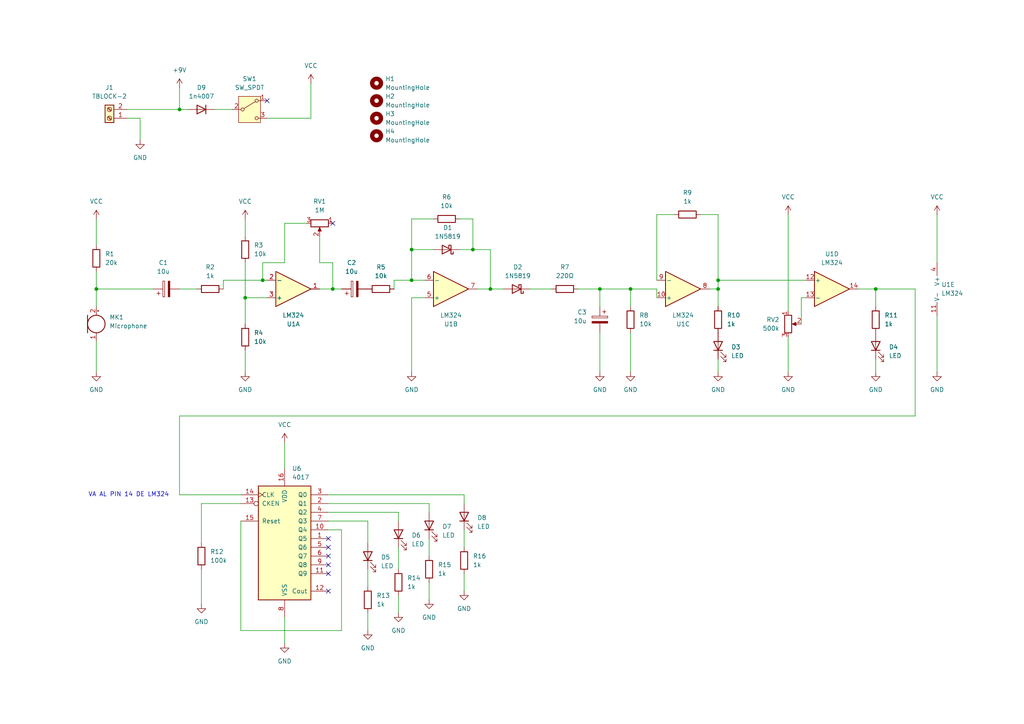
<source format=kicad_sch>
(kicad_sch (version 20250114) (generator "eeschema") (generator_version "9.0")
  (paper "A4")
  (lib_symbols
    (symbol "4xxx:4017" (pin_names (offset 1.016))
      (property "Reference" "U" (at -7.62 16.51 0))
      (property "Value" "4017" (at -7.62 -19.05 0))
      (symbol "4017_1_0"
        (pin input clock (at -12.7 12.7 0) (length 5.08) (name "CLK") (number "14"))
        (pin input inverted (at -12.7 10.16 0) (length 5.08) (name "CKEN") (number "13"))
        (pin input line (at -12.7 5.08 0) (length 5.08) (name "Reset") (number "15"))
        (pin power_in line (at 0 20.32 270) (length 5.08) (name "VDD") (number "16"))
        (pin power_in line (at 0 -22.86 90) (length 5.08) (name "VSS") (number "8"))
        (pin output line (at 12.7 12.7 180) (length 5.08) (name "Q0") (number "3"))
        (pin output line (at 12.7 10.16 180) (length 5.08) (name "Q1") (number "2"))
        (pin output line (at 12.7 7.62 180) (length 5.08) (name "Q2") (number "4"))
        (pin output line (at 12.7 5.08 180) (length 5.08) (name "Q3") (number "7"))
        (pin output line (at 12.7 2.54 180) (length 5.08) (name "Q4") (number "10"))
        (pin output line (at 12.7 0 180) (length 5.08) (name "Q5") (number "1"))
        (pin output line (at 12.7 -2.54 180) (length 5.08) (name "Q6") (number "5"))
        (pin output line (at 12.7 -5.08 180) (length 5.08) (name "Q7") (number "6"))
        (pin output line (at 12.7 -7.62 180) (length 5.08) (name "Q8") (number "9"))
        (pin output line (at 12.7 -10.16 180) (length 5.08) (name "Q9") (number "11"))
        (pin output line (at 12.7 -15.24 180) (length 5.08) (name "Cout") (number "12"))
      )
      (symbol "4017_1_1"
        (rectangle (start -7.62 15.24) (end 7.62 -17.78) (stroke (width 0.254)) (fill (type background)))
      )
    )
    (symbol "Amplifier_Operational:LM324" (pin_names (offset 0.127))
      (property "Reference" "U" (at 0 5.08 0))
      (property "Value" "LM324" (at 0 -5.08 0))
      (symbol "LM324_1_1"
        (polyline (pts (xy -5.08 5.08) (xy 5.08 0) (xy -5.08 -5.08) (xy -5.08 5.08)) (stroke (width 0.254)) (fill (type background)))
        (pin input line (at -7.62 2.54 0) (length 2.54) (name "+") (number "3"))
        (pin input line (at -7.62 -2.54 0) (length 2.54) (name "-") (number "2"))
        (pin output line (at 7.62 0 180) (length 2.54) (name "~") (number "1"))
      )
      (symbol "LM324_2_1"
        (polyline (pts (xy -5.08 5.08) (xy 5.08 0) (xy -5.08 -5.08) (xy -5.08 5.08)) (stroke (width 0.254)) (fill (type background)))
        (pin input line (at -7.62 2.54 0) (length 2.54) (name "+") (number "5"))
        (pin input line (at -7.62 -2.54 0) (length 2.54) (name "-") (number "6"))
        (pin output line (at 7.62 0 180) (length 2.54) (name "~") (number "7"))
      )
      (symbol "LM324_3_1"
        (polyline (pts (xy -5.08 5.08) (xy 5.08 0) (xy -5.08 -5.08) (xy -5.08 5.08)) (stroke (width 0.254)) (fill (type background)))
        (pin input line (at -7.62 2.54 0) (length 2.54) (name "+") (number "10"))
        (pin input line (at -7.62 -2.54 0) (length 2.54) (name "-") (number "9"))
        (pin output line (at 7.62 0 180) (length 2.54) (name "~") (number "8"))
      )
      (symbol "LM324_4_1"
        (polyline (pts (xy -5.08 5.08) (xy 5.08 0) (xy -5.08 -5.08) (xy -5.08 5.08)) (stroke (width 0.254)) (fill (type background)))
        (pin input line (at -7.62 2.54 0) (length 2.54) (name "+") (number "12"))
        (pin input line (at -7.62 -2.54 0) (length 2.54) (name "-") (number "13"))
        (pin output line (at 7.62 0 180) (length 2.54) (name "~") (number "14"))
      )
      (symbol "LM324_5_1"
        (pin power_in line (at -2.54 7.62 270) (length 3.81) (name "V+") (number "4"))
        (pin power_in line (at -2.54 -7.62 90) (length 3.81) (name "V-") (number "11"))
      )
    )
    (symbol "Connector:Screw_Terminal_01x02" (pin_names (offset 1.016) (hide yes))
      (property "Reference" "J" (at 0 2.54 0))
      (property "Value" "Screw_Terminal_01x02" (at 0 -5.08 0))
      (symbol "Screw_Terminal_01x02_1_1"
        (rectangle (start -1.27 1.27) (end 1.27 -3.81) (stroke (width 0.254)) (fill (type background)))
        (polyline (pts (xy -0.5334 0.3302) (xy 0.3302 -0.508)) (stroke (width 0.1524)))
        (polyline (pts (xy -0.5334 -2.2098) (xy 0.3302 -3.048)) (stroke (width 0.1524)))
        (polyline (pts (xy -0.3556 0.508) (xy 0.508 -0.3302)) (stroke (width 0.1524)))
        (polyline (pts (xy -0.3556 -2.032) (xy 0.508 -2.8702)) (stroke (width 0.1524)))
        (circle (center 0 0) (radius 0.635) (stroke (width 0.1524)))
        (circle (center 0 -2.54) (radius 0.635) (stroke (width 0.1524)))
        (pin passive line (at -5.08 0 0) (length 3.81) (name "Pin_1") (number "1"))
        (pin passive line (at -5.08 -2.54 0) (length 3.81) (name "Pin_2") (number "2"))
      )
    )
    (symbol "Device:C_Polarized" (pin_numbers (hide yes)) (pin_names (offset 0.254))
      (property "Reference" "C" (at 0.635 2.54 0))
      (property "Value" "C_Polarized" (at 0.635 -2.54 0))
      (symbol "C_Polarized_0_1"
        (rectangle (start -2.286 0.508) (end 2.286 1.016))
        (polyline (pts (xy -1.778 2.286) (xy -0.762 2.286)))
        (polyline (pts (xy -1.27 2.794) (xy -1.27 1.778)))
        (rectangle (start 2.286 -0.508) (end -2.286 -1.016) (fill (type outline)))
      )
      (symbol "C_Polarized_1_1"
        (pin passive line (at 0 3.81 270) (length 2.794) (name "~") (number "1"))
        (pin passive line (at 0 -3.81 90) (length 2.794) (name "~") (number "2"))
      )
    )
    (symbol "Device:D" (pin_numbers (hide yes)) (pin_names (offset 1.016) (hide yes))
      (property "Reference" "D" (at 0 2.54 0))
      (property "Value" "D" (at 0 -2.54 0))
      (symbol "D_0_1"
        (polyline (pts (xy -1.27 1.27) (xy -1.27 -1.27)) (stroke (width 0.254)))
        (polyline (pts (xy 1.27 1.27) (xy 1.27 -1.27) (xy -1.27 0) (xy 1.27 1.27)) (stroke (width 0.254)))
        (polyline (pts (xy 1.27 0) (xy -1.27 0)))
      )
      (symbol "D_1_1"
        (pin passive line (at -3.81 0 0) (length 2.54) (name "K") (number "1"))
        (pin passive line (at 3.81 0 180) (length 2.54) (name "A") (number "2"))
      )
    )
    (symbol "Device:LED" (pin_numbers (hide yes)) (pin_names (offset 1.016) (hide yes))
      (property "Reference" "D" (at 0 2.54 0))
      (property "Value" "LED" (at 0 -2.54 0))
      (symbol "LED_0_1"
        (polyline (pts (xy -3.048 -0.762) (xy -4.572 -2.286) (xy -3.81 -2.286) (xy -4.572 -2.286) (xy -4.572 -1.524)))
        (polyline (pts (xy -1.778 -0.762) (xy -3.302 -2.286) (xy -2.54 -2.286) (xy -3.302 -2.286) (xy -3.302 -1.524)))
        (polyline (pts (xy -1.27 0) (xy 1.27 0)))
        (polyline (pts (xy -1.27 -1.27) (xy -1.27 1.27)) (stroke (width 0.254)))
        (polyline (pts (xy 1.27 -1.27) (xy 1.27 1.27) (xy -1.27 0) (xy 1.27 -1.27)) (stroke (width 0.254)))
      )
      (symbol "LED_1_1"
        (pin passive line (at -3.81 0 0) (length 2.54) (name "K") (number "1"))
        (pin passive line (at 3.81 0 180) (length 2.54) (name "A") (number "2"))
      )
    )
    (symbol "Device:Microphone" (pin_names (offset 0.0254) (hide yes))
      (property "Reference" "MK" (at -3.81 1.27 0))
      (property "Value" "Microphone" (at -3.81 -0.635 0))
      (symbol "Microphone_0_1"
        (polyline (pts (xy -2.54 2.54) (xy -2.54 -2.54)) (stroke (width 0.254)))
        (circle (center 0 0) (radius 2.54) (stroke (width 0.254)))
        (polyline (pts (xy 0.254 3.81) (xy 0.762 3.81)))
        (polyline (pts (xy 0.508 4.064) (xy 0.508 3.556)))
      )
      (symbol "Microphone_1_1"
        (pin passive line (at 0 5.08 270) (length 2.54) (name "+") (number "2"))
        (pin passive line (at 0 -5.08 90) (length 2.54) (name "-") (number "1"))
      )
    )
    (symbol "Device:R" (pin_numbers (hide yes)) (pin_names (offset 0))
      (property "Reference" "R" (at 2.032 0 90))
      (property "Value" "R" (at 0 0 90))
      (symbol "R_0_1"
        (rectangle (start -1.016 -2.54) (end 1.016 2.54) (stroke (width 0.254)))
      )
      (symbol "R_1_1"
        (pin passive line (at 0 3.81 270) (length 1.27) (name "~") (number "1"))
        (pin passive line (at 0 -3.81 90) (length 1.27) (name "~") (number "2"))
      )
    )
    (symbol "Device:R_Potentiometer" (pin_names (offset 1.016) (hide yes))
      (property "Reference" "RV" (at -4.445 0 90))
      (property "Value" "R_Potentiometer" (at -2.54 0 90))
      (symbol "R_Potentiometer_0_1"
        (rectangle (start 1.016 2.54) (end -1.016 -2.54) (stroke (width 0.254)))
        (polyline (pts (xy 1.143 0) (xy 2.286 0.508) (xy 2.286 -0.508) (xy 1.143 0)) (fill (type outline)))
        (polyline (pts (xy 2.54 0) (xy 1.524 0)))
      )
      (symbol "R_Potentiometer_1_1"
        (pin passive line (at 0 3.81 270) (length 1.27) (name "1") (number "1"))
        (pin passive line (at 0 -3.81 90) (length 1.27) (name "3") (number "3"))
        (pin passive line (at 3.81 0 180) (length 1.27) (name "2") (number "2"))
      )
    )
    (symbol "Diode:1N5819" (pin_numbers (hide yes)) (pin_names (offset 1.016) (hide yes))
      (property "Reference" "D" (at 0 2.54 0))
      (property "Value" "1N5819" (at 0 -2.54 0))
      (symbol "1N5819_0_1"
        (polyline (pts (xy -1.905 0.635) (xy -1.905 1.27) (xy -1.27 1.27) (xy -1.27 -1.27) (xy -0.635 -1.27) (xy -0.635 -0.635)) (stroke (width 0.254)))
        (polyline (pts (xy 1.27 1.27) (xy 1.27 -1.27) (xy -1.27 0) (xy 1.27 1.27)) (stroke (width 0.254)))
        (polyline (pts (xy 1.27 0) (xy -1.27 0)))
      )
      (symbol "1N5819_1_1"
        (pin passive line (at -3.81 0 0) (length 2.54) (name "K") (number "1"))
        (pin passive line (at 3.81 0 180) (length 2.54) (name "A") (number "2"))
      )
    )
    (symbol "Mechanical:MountingHole" (pin_names (offset 1.016)) (in_bom no)
      (property "Reference" "H" (at 0 5.08 0))
      (property "Value" "MountingHole" (at 0 3.175 0))
      (symbol "MountingHole_0_1"
        (circle (center 0 0) (radius 1.27) (stroke (width 1.27)))
      )
    )
    (symbol "Switch:SW_SPDT" (pin_names (offset 0) (hide yes))
      (property "Reference" "SW" (at 0 5.08 0))
      (property "Value" "SW_SPDT" (at 0 -5.08 0))
      (symbol "SW_SPDT_0_1"
        (circle (center -2.032 0) (radius 0.4572))
        (polyline (pts (xy -1.651 0.254) (xy 1.651 2.286)))
        (circle (center 2.032 2.54) (radius 0.4572))
        (circle (center 2.032 -2.54) (radius 0.4572))
      )
      (symbol "SW_SPDT_1_1"
        (rectangle (start -3.175 3.81) (end 3.175 -3.81) (fill (type background)))
        (pin passive line (at -5.08 0 0) (length 2.54) (name "B") (number "2"))
        (pin passive line (at 5.08 2.54 180) (length 2.54) (name "A") (number "1"))
        (pin passive line (at 5.08 -2.54 180) (length 2.54) (name "C") (number "3"))
      )
    )
    (symbol "power:+9V" (power) (pin_numbers (hide yes)) (pin_names (offset 0) (hide yes))
      (property "Value" "+9V" (at 0 3.556 0))
      (symbol "+9V_0_1"
        (polyline (pts (xy -0.762 1.27) (xy 0 2.54)))
        (polyline (pts (xy 0 2.54) (xy 0.762 1.27)))
        (polyline (pts (xy 0 0) (xy 0 2.54)))
      )
      (symbol "+9V_1_1"
        (pin power_in line (at 0 0 90) (length 0) (name "~") (number "1"))
      )
    )
    (symbol "power:GND" (power) (pin_numbers (hide yes)) (pin_names (offset 0) (hide yes))
      (property "Value" "GND" (at 0 -3.81 0))
      (symbol "GND_0_1"
        (polyline (pts (xy 0 0) (xy 0 -1.27) (xy 1.27 -1.27) (xy 0 -2.54) (xy -1.27 -1.27) (xy 0 -1.27)))
      )
      (symbol "GND_1_1"
        (pin power_in line (at 0 0 270) (length 0) (name "~") (number "1"))
      )
    )
    (symbol "power:VCC" (power) (pin_numbers (hide yes)) (pin_names (offset 0) (hide yes))
      (property "Value" "VCC" (at 0 3.556 0))
      (symbol "VCC_0_1"
        (polyline (pts (xy -0.762 1.27) (xy 0 2.54)))
        (polyline (pts (xy 0 2.54) (xy 0.762 1.27)))
        (polyline (pts (xy 0 0) (xy 0 2.54)))
      )
      (symbol "VCC_1_1"
        (pin power_in line (at 0 0 90) (length 0) (name "~") (number "1"))
      )
    )
  )
  (text "VA AL PIN 14 DE LM324" (at 37.338 143.51 0) (effects (font (size 1.27 1.27))))
  (junction (at 52.07 31.75))
  (junction (at 71.12 86.36))
  (junction (at 173.99 83.82))
  (junction (at 208.28 83.82))
  (junction (at 254 83.82))
  (junction (at 119.38 72.39))
  (junction (at 208.28 81.28))
  (junction (at 27.94 83.82))
  (junction (at 137.16 72.39))
  (junction (at 142.24 83.82))
  (junction (at 76.2 81.28))
  (junction (at 119.38 81.28))
  (junction (at 182.88 83.82))
  (junction (at 96.52 83.82))
  (no_connect (at 95.25 161.29))
  (no_connect (at 95.25 171.45))
  (no_connect (at 95.25 158.75))
  (no_connect (at 95.25 156.21))
  (no_connect (at 95.25 166.37))
  (no_connect (at 77.47 29.21))
  (no_connect (at 96.52 64.77))
  (no_connect (at 95.25 163.83))
  (wire (pts (xy 208.28 83.82) (xy 208.28 88.9)))
  (wire (pts (xy 265.43 120.65) (xy 265.43 83.82)))
  (wire (pts (xy 77.47 34.29) (xy 90.17 34.29)))
  (wire (pts (xy 142.24 72.39) (xy 142.24 83.82)))
  (wire (pts (xy 153.67 83.82) (xy 160.02 83.82)))
  (wire (pts (xy 134.62 166.37) (xy 134.62 171.45)))
  (wire (pts (xy 58.42 165.1) (xy 58.42 175.26)))
  (wire (pts (xy 228.6 97.79) (xy 228.6 107.95)))
  (wire (pts (xy 52.07 143.51) (xy 52.07 120.65)))
  (wire (pts (xy 106.68 157.48) (xy 106.68 151.13)))
  (wire (pts (xy 173.99 83.82) (xy 182.88 83.82)))
  (wire (pts (xy 27.94 83.82) (xy 44.45 83.82)))
  (wire (pts (xy 190.5 62.23) (xy 190.5 81.28)))
  (wire (pts (xy 265.43 83.82) (xy 254 83.82)))
  (wire (pts (xy 137.16 72.39) (xy 142.24 72.39)))
  (wire (pts (xy 58.42 146.05) (xy 69.85 146.05)))
  (wire (pts (xy 64.77 83.82) (xy 64.77 81.28)))
  (wire (pts (xy 208.28 83.82) (xy 208.28 81.28)))
  (wire (pts (xy 254 83.82) (xy 248.92 83.82)))
  (wire (pts (xy 71.12 101.6) (xy 71.12 107.95)))
  (wire (pts (xy 123.19 86.36) (xy 119.38 86.36)))
  (wire (pts (xy 76.2 81.28) (xy 77.47 81.28)))
  (wire (pts (xy 195.58 62.23) (xy 190.5 62.23)))
  (wire (pts (xy 88.9 64.77) (xy 82.55 64.77)))
  (wire (pts (xy 125.73 63.5) (xy 119.38 63.5)))
  (wire (pts (xy 190.5 83.82) (xy 190.5 86.36)))
  (wire (pts (xy 228.6 62.23) (xy 228.6 90.17)))
  (wire (pts (xy 271.78 62.23) (xy 271.78 76.2)))
  (wire (pts (xy 95.25 143.51) (xy 134.62 143.51)))
  (wire (pts (xy 133.35 63.5) (xy 137.16 63.5)))
  (wire (pts (xy 138.43 83.82) (xy 142.24 83.82)))
  (wire (pts (xy 82.55 64.77) (xy 82.55 76.2)))
  (wire (pts (xy 92.71 68.58) (xy 92.71 76.2)))
  (wire (pts (xy 96.52 83.82) (xy 99.06 83.82)))
  (wire (pts (xy 173.99 83.82) (xy 173.99 88.9)))
  (wire (pts (xy 95.25 146.05) (xy 124.46 146.05)))
  (wire (pts (xy 137.16 63.5) (xy 137.16 72.39)))
  (wire (pts (xy 208.28 104.14) (xy 208.28 107.95)))
  (wire (pts (xy 167.64 83.82) (xy 173.99 83.82)))
  (wire (pts (xy 95.25 148.59) (xy 115.57 148.59)))
  (wire (pts (xy 173.99 96.52) (xy 173.99 107.95)))
  (wire (pts (xy 36.83 34.29) (xy 40.64 34.29)))
  (wire (pts (xy 82.55 76.2) (xy 76.2 76.2)))
  (wire (pts (xy 36.83 31.75) (xy 52.07 31.75)))
  (wire (pts (xy 69.85 182.88) (xy 99.06 182.88)))
  (wire (pts (xy 52.07 83.82) (xy 57.15 83.82)))
  (wire (pts (xy 27.94 78.74) (xy 27.94 83.82)))
  (wire (pts (xy 124.46 148.59) (xy 124.46 146.05)))
  (wire (pts (xy 27.94 99.06) (xy 27.94 107.95)))
  (wire (pts (xy 96.52 76.2) (xy 96.52 83.82)))
  (wire (pts (xy 115.57 158.75) (xy 115.57 165.1)))
  (wire (pts (xy 40.64 34.29) (xy 40.64 40.64)))
  (wire (pts (xy 106.68 170.18) (xy 106.68 165.1)))
  (wire (pts (xy 124.46 168.91) (xy 124.46 173.99)))
  (wire (pts (xy 90.17 34.29) (xy 90.17 24.13)))
  (wire (pts (xy 69.85 151.13) (xy 69.85 182.88)))
  (wire (pts (xy 52.07 120.65) (xy 265.43 120.65)))
  (wire (pts (xy 71.12 86.36) (xy 71.12 93.98)))
  (wire (pts (xy 271.78 91.44) (xy 271.78 107.95)))
  (wire (pts (xy 64.77 81.28) (xy 76.2 81.28)))
  (wire (pts (xy 124.46 156.21) (xy 124.46 161.29)))
  (wire (pts (xy 27.94 83.82) (xy 27.94 88.9)))
  (wire (pts (xy 82.55 179.07) (xy 82.55 186.69)))
  (wire (pts (xy 95.25 151.13) (xy 106.68 151.13)))
  (wire (pts (xy 134.62 146.05) (xy 134.62 143.51)))
  (wire (pts (xy 92.71 83.82) (xy 96.52 83.82)))
  (wire (pts (xy 208.28 62.23) (xy 208.28 81.28)))
  (wire (pts (xy 119.38 72.39) (xy 125.73 72.39)))
  (wire (pts (xy 119.38 86.36) (xy 119.38 107.95)))
  (wire (pts (xy 52.07 31.75) (xy 54.61 31.75)))
  (wire (pts (xy 106.68 177.8) (xy 106.68 182.88)))
  (wire (pts (xy 27.94 63.5) (xy 27.94 71.12)))
  (wire (pts (xy 76.2 76.2) (xy 76.2 81.28)))
  (wire (pts (xy 119.38 81.28) (xy 123.19 81.28)))
  (wire (pts (xy 232.41 93.98) (xy 232.41 86.36)))
  (wire (pts (xy 182.88 83.82) (xy 182.88 88.9)))
  (wire (pts (xy 115.57 172.72) (xy 115.57 177.8)))
  (wire (pts (xy 114.3 81.28) (xy 119.38 81.28)))
  (wire (pts (xy 99.06 153.67) (xy 95.25 153.67)))
  (wire (pts (xy 142.24 83.82) (xy 146.05 83.82)))
  (wire (pts (xy 52.07 31.75) (xy 52.07 25.4)))
  (wire (pts (xy 203.2 62.23) (xy 208.28 62.23)))
  (wire (pts (xy 92.71 76.2) (xy 96.52 76.2)))
  (wire (pts (xy 71.12 63.5) (xy 71.12 68.58)))
  (wire (pts (xy 119.38 63.5) (xy 119.38 72.39)))
  (wire (pts (xy 52.07 143.51) (xy 69.85 143.51)))
  (wire (pts (xy 254 104.14) (xy 254 107.95)))
  (wire (pts (xy 82.55 128.27) (xy 82.55 135.89)))
  (wire (pts (xy 208.28 81.28) (xy 233.68 81.28)))
  (wire (pts (xy 62.23 31.75) (xy 67.31 31.75)))
  (wire (pts (xy 114.3 83.82) (xy 114.3 81.28)))
  (wire (pts (xy 205.74 83.82) (xy 208.28 83.82)))
  (wire (pts (xy 182.88 96.52) (xy 182.88 107.95)))
  (wire (pts (xy 71.12 76.2) (xy 71.12 86.36)))
  (wire (pts (xy 119.38 72.39) (xy 119.38 81.28)))
  (wire (pts (xy 254 88.9) (xy 254 83.82)))
  (wire (pts (xy 182.88 83.82) (xy 190.5 83.82)))
  (wire (pts (xy 71.12 86.36) (xy 77.47 86.36)))
  (wire (pts (xy 134.62 153.67) (xy 134.62 158.75)))
  (wire (pts (xy 133.35 72.39) (xy 137.16 72.39)))
  (wire (pts (xy 115.57 151.13) (xy 115.57 148.59)))
  (wire (pts (xy 58.42 157.48) (xy 58.42 146.05)))
  (wire (pts (xy 99.06 182.88) (xy 99.06 153.67)))
  (wire (pts (xy 232.41 86.36) (xy 233.68 86.36)))
  (symbol (lib_id "power:GND") (at 182.88 107.95 0) (unit 1)
    (property "Reference" "#PWR07" (effects (hide yes)))
    (property "Value" "GND" (at 182.88 113.03 0))
    (property "Description" "Power symbol creates a global label with name \"GND\" , ground" (effects (hide yes)))
  )
  (symbol (lib_id "power:GND") (at 106.68 182.88 0) (unit 1)
    (property "Reference" "#PWR016" (effects (hide yes)))
    (property "Value" "GND" (at 106.68 187.96 0))
    (property "Description" "Power symbol creates a global label with name \"GND\" , ground" (effects (hide yes)))
  )
  (symbol (lib_id "Device:C_Polarized") (at 173.99 92.71 0) (mirror y) (unit 1)
    (property "Reference" "C3" (at 170.18 90.5509 0) (effects (justify left)))
    (property "Value" "10u" (at 170.18 93.0909 0) (effects (justify left)))
    (property "Footprint" "Capacitor_THT:CP_Radial_D4.0mm_P2.00mm" (effects (hide yes)))
    (property "Description" "Polarized capacitor" (effects (hide yes)))
  )
  (symbol (lib_id "Device:R_Potentiometer") (at 228.6 93.98 0) (unit 1)
    (property "Reference" "RV2" (at 226.06 92.7099 0) (effects (justify right)))
    (property "Value" "500k" (at 226.06 95.2499 0) (effects (justify right)))
    (property "Footprint" "Potentiometer_THT:Potentiometer_Piher_T-16H_Single_Horizontal" (effects (hide yes)))
    (property "Description" "Potentiometer" (effects (hide yes)))
  )
  (symbol (lib_id "Device:R") (at 106.68 173.99 180) (unit 1)
    (property "Reference" "R13" (at 109.22 172.7199 0) (effects (justify right)))
    (property "Value" "1k" (at 109.22 175.2599 0) (effects (justify right)))
    (property "Footprint" "Resistor_THT:R_Axial_DIN0204_L3.6mm_D1.6mm_P5.08mm_Horizontal" (effects (hide yes)))
    (property "Description" "Resistor" (effects (hide yes)))
  )
  (symbol (lib_id "Device:R") (at 199.39 62.23 270) (unit 1)
    (property "Reference" "R9" (at 199.39 55.88 90))
    (property "Value" "1k" (at 199.39 58.42 90))
    (property "Footprint" "Resistor_THT:R_Axial_DIN0204_L3.6mm_D1.6mm_P5.08mm_Horizontal" (effects (hide yes)))
    (property "Description" "Resistor" (effects (hide yes)))
  )
  (symbol (lib_id "Amplifier_Operational:LM324") (at 241.3 83.82 0) (unit 4)
    (property "Reference" "U1" (at 241.3 73.66 0))
    (property "Value" "LM324" (at 241.3 76.2 0))
    (property "Footprint" "Package_DIP:DIP-14_W7.62mm" (effects (hide yes)))
    (property "Datasheet" "http://www.ti.com/lit/ds/symlink/lm2902-n.pdf" (effects (hide yes)))
    (property "Description" "Low-Power, Quad-Operational Amplifiers, DIP-14/SOIC-14/SSOP-14" (effects (hide yes)))
  )
  (symbol (lib_id "Mechanical:MountingHole") (at 109.22 34.29 0) (unit 1) (in_bom no)
    (property "Reference" "H3" (at 111.76 33.0199 0) (effects (justify left)))
    (property "Value" "MountingHole" (at 111.76 35.5599 0) (effects (justify left)))
    (property "Footprint" "MountingHole:MountingHole_2.1mm" (effects (hide yes)))
    (property "Description" "Mounting Hole without connection" (effects (hide yes)))
  )
  (symbol (lib_id "Device:R") (at 124.46 165.1 180) (unit 1)
    (property "Reference" "R15" (at 127 163.8299 0) (effects (justify right)))
    (property "Value" "1k" (at 127 166.3699 0) (effects (justify right)))
    (property "Footprint" "Resistor_THT:R_Axial_DIN0204_L3.6mm_D1.6mm_P5.08mm_Horizontal" (effects (hide yes)))
    (property "Description" "Resistor" (effects (hide yes)))
  )
  (symbol (lib_id "Device:Microphone") (at 27.94 93.98 0) (unit 1)
    (property "Reference" "MK1" (at 31.75 92.0114 0) (effects (justify left)))
    (property "Value" "Microphone" (at 31.75 94.5514 0) (effects (justify left)))
    (property "Footprint" "Sensor_Audio:POM-2244P-C3310-2-R" (effects (hide yes)))
    (property "Description" "Microphone" (effects (hide yes)))
  )
  (symbol (lib_id "power:GND") (at 82.55 186.69 0) (unit 1)
    (property "Reference" "#PWR020" (effects (hide yes)))
    (property "Value" "GND" (at 82.55 191.77 0))
    (property "Description" "Power symbol creates a global label with name \"GND\" , ground" (effects (hide yes)))
  )
  (symbol (lib_id "power:GND") (at 27.94 107.95 0) (unit 1)
    (property "Reference" "#PWR01" (effects (hide yes)))
    (property "Value" "GND" (at 27.94 113.03 0))
    (property "Description" "Power symbol creates a global label with name \"GND\" , ground" (effects (hide yes)))
  )
  (symbol (lib_id "power:GND") (at 208.28 107.95 0) (unit 1)
    (property "Reference" "#PWR08" (effects (hide yes)))
    (property "Value" "GND" (at 208.28 113.03 0))
    (property "Description" "Power symbol creates a global label with name \"GND\" , ground" (effects (hide yes)))
  )
  (symbol (lib_id "power:VCC") (at 71.12 63.5 0) (unit 1)
    (property "Reference" "#PWR04" (effects (hide yes)))
    (property "Value" "VCC" (at 71.12 58.42 0))
    (property "Description" "Power symbol creates a global label with name \"VCC\"" (effects (hide yes)))
  )
  (symbol (lib_id "power:VCC") (at 228.6 62.23 0) (unit 1)
    (property "Reference" "#PWR010" (effects (hide yes)))
    (property "Value" "VCC" (at 228.6 57.15 0))
    (property "Description" "Power symbol creates a global label with name \"VCC\"" (effects (hide yes)))
  )
  (symbol (lib_id "power:GND") (at 58.42 175.26 0) (unit 1)
    (property "Reference" "#PWR014" (effects (hide yes)))
    (property "Value" "GND" (at 58.42 180.34 0))
    (property "Description" "Power symbol creates a global label with name \"GND\" , ground" (effects (hide yes)))
  )
  (symbol (lib_id "Amplifier_Operational:LM324") (at 130.81 83.82 0) (mirror x) (unit 2)
    (property "Reference" "U1" (at 130.81 93.98 0))
    (property "Value" "LM324" (at 130.81 91.44 0))
    (property "Footprint" "Package_DIP:DIP-14_W7.62mm" (effects (hide yes)))
    (property "Datasheet" "http://www.ti.com/lit/ds/symlink/lm2902-n.pdf" (effects (hide yes)))
    (property "Description" "Low-Power, Quad-Operational Amplifiers, DIP-14/SOIC-14/SSOP-14" (effects (hide yes)))
  )
  (symbol (lib_id "Device:LED") (at 106.68 161.29 90) (unit 1)
    (property "Reference" "D5" (at 110.49 161.6074 90) (effects (justify right)))
    (property "Value" "LED" (at 110.49 164.1474 90) (effects (justify right)))
    (property "Footprint" "LED_THT:LED_D5.0mm" (effects (hide yes)))
    (property "Description" "Light emitting diode" (effects (hide yes)))
    (property "Sim.Pins" "1=K 2=A" (effects (hide yes)))
  )
  (symbol (lib_id "power:GND") (at 124.46 173.99 0) (mirror y) (unit 1)
    (property "Reference" "#PWR018" (effects (hide yes)))
    (property "Value" "GND" (at 124.46 179.07 0))
    (property "Description" "Power symbol creates a global label with name \"GND\" , ground" (effects (hide yes)))
  )
  (symbol (lib_id "Device:R") (at 71.12 97.79 0) (unit 1)
    (property "Reference" "R4" (at 73.66 96.5199 0) (effects (justify left)))
    (property "Value" "10k" (at 73.66 99.0599 0) (effects (justify left)))
    (property "Footprint" "Resistor_THT:R_Axial_DIN0204_L3.6mm_D1.6mm_P5.08mm_Horizontal" (effects (hide yes)))
    (property "Description" "Resistor" (effects (hide yes)))
  )
  (symbol (lib_id "Mechanical:MountingHole") (at 109.22 29.21 0) (unit 1) (in_bom no)
    (property "Reference" "H2" (at 111.76 27.9399 0) (effects (justify left)))
    (property "Value" "MountingHole" (at 111.76 30.4799 0) (effects (justify left)))
    (property "Footprint" "MountingHole:MountingHole_2.1mm" (effects (hide yes)))
    (property "Description" "Mounting Hole without connection" (effects (hide yes)))
  )
  (symbol (lib_id "Device:LED") (at 208.28 100.33 90) (unit 1)
    (property "Reference" "D3" (at 212.09 100.6474 90) (effects (justify right)))
    (property "Value" "LED" (at 212.09 103.1874 90) (effects (justify right)))
    (property "Footprint" "LED_THT:LED_D5.0mm" (effects (hide yes)))
    (property "Description" "Light emitting diode" (effects (hide yes)))
    (property "Sim.Pins" "1=K 2=A" (effects (hide yes)))
  )
  (symbol (lib_id "Device:R") (at 60.96 83.82 90) (unit 1)
    (property "Reference" "R2" (at 60.96 77.47 90))
    (property "Value" "1k" (at 60.96 80.01 90))
    (property "Footprint" "Resistor_THT:R_Axial_DIN0204_L3.6mm_D1.6mm_P5.08mm_Horizontal" (effects (hide yes)))
    (property "Description" "Resistor" (effects (hide yes)))
  )
  (symbol (lib_id "Device:R") (at 110.49 83.82 90) (unit 1)
    (property "Reference" "R5" (at 110.49 77.47 90))
    (property "Value" "10k" (at 110.49 80.01 90))
    (property "Footprint" "Resistor_THT:R_Axial_DIN0204_L3.6mm_D1.6mm_P5.08mm_Horizontal" (effects (hide yes)))
    (property "Description" "Resistor" (effects (hide yes)))
  )
  (symbol (lib_id "Device:LED") (at 254 100.33 90) (unit 1)
    (property "Reference" "D4" (at 257.81 100.6474 90) (effects (justify right)))
    (property "Value" "LED" (at 257.81 103.1874 90) (effects (justify right)))
    (property "Footprint" "LED_THT:LED_D5.0mm" (effects (hide yes)))
    (property "Description" "Light emitting diode" (effects (hide yes)))
    (property "Sim.Pins" "1=K 2=A" (effects (hide yes)))
  )
  (symbol (lib_id "Diode:1N5819") (at 149.86 83.82 180) (unit 1)
    (property "Reference" "D2" (at 150.1775 77.47 0))
    (property "Value" "1N5819" (at 150.1775 80.01 0))
    (property "Footprint" "Diode_THT:D_DO-41_SOD81_P10.16mm_Horizontal" (effects (hide yes)))
    (property "Datasheet" "http://www.vishay.com/docs/88525/1n5817.pdf" (effects (hide yes)))
    (property "Description" "40V 1A Schottky Barrier Rectifier Diode, DO-41" (effects (hide yes)))
  )
  (symbol (lib_id "Amplifier_Operational:LM324") (at 198.12 83.82 0) (mirror x) (unit 3)
    (property "Reference" "U1" (at 198.12 93.98 0))
    (property "Value" "LM324" (at 198.12 91.44 0))
    (property "Footprint" "Package_DIP:DIP-14_W7.62mm" (effects (hide yes)))
    (property "Datasheet" "http://www.ti.com/lit/ds/symlink/lm2902-n.pdf" (effects (hide yes)))
    (property "Description" "Low-Power, Quad-Operational Amplifiers, DIP-14/SOIC-14/SSOP-14" (effects (hide yes)))
  )
  (symbol (lib_id "Device:LED") (at 115.57 154.94 90) (unit 1)
    (property "Reference" "D6" (at 119.38 155.2574 90) (effects (justify right)))
    (property "Value" "LED" (at 119.38 157.7974 90) (effects (justify right)))
    (property "Footprint" "LED_THT:LED_D5.0mm" (effects (hide yes)))
    (property "Description" "Light emitting diode" (effects (hide yes)))
    (property "Sim.Pins" "1=K 2=A" (effects (hide yes)))
  )
  (symbol (lib_id "power:GND") (at 71.12 107.95 0) (unit 1)
    (property "Reference" "#PWR03" (effects (hide yes)))
    (property "Value" "GND" (at 71.12 113.03 0))
    (property "Description" "Power symbol creates a global label with name \"GND\" , ground" (effects (hide yes)))
  )
  (symbol (lib_id "Device:R") (at 115.57 168.91 180) (unit 1)
    (property "Reference" "R14" (at 118.11 167.6399 0) (effects (justify right)))
    (property "Value" "1k" (at 118.11 170.1799 0) (effects (justify right)))
    (property "Footprint" "Resistor_THT:R_Axial_DIN0204_L3.6mm_D1.6mm_P5.08mm_Horizontal" (effects (hide yes)))
    (property "Description" "Resistor" (effects (hide yes)))
  )
  (symbol (lib_id "Device:LED") (at 134.62 149.86 90) (unit 1)
    (property "Reference" "D8" (at 138.43 150.1774 90) (effects (justify right)))
    (property "Value" "LED" (at 138.43 152.7174 90) (effects (justify right)))
    (property "Footprint" "LED_THT:LED_D5.0mm" (effects (hide yes)))
    (property "Description" "Light emitting diode" (effects (hide yes)))
    (property "Sim.Pins" "1=K 2=A" (effects (hide yes)))
  )
  (symbol (lib_id "Device:R") (at 163.83 83.82 90) (unit 1)
    (property "Reference" "R7" (at 163.83 77.47 90))
    (property "Value" "220Ω" (at 163.83 80.01 90))
    (property "Footprint" "Resistor_THT:R_Axial_DIN0204_L3.6mm_D1.6mm_P5.08mm_Horizontal" (effects (hide yes)))
    (property "Description" "Resistor" (effects (hide yes)))
  )
  (symbol (lib_id "Device:R") (at 27.94 74.93 0) (unit 1)
    (property "Reference" "R1" (at 30.48 73.6599 0) (effects (justify left)))
    (property "Value" "20k" (at 30.48 76.1999 0) (effects (justify left)))
    (property "Footprint" "Resistor_THT:R_Axial_DIN0204_L3.6mm_D1.6mm_P5.08mm_Horizontal" (effects (hide yes)))
    (property "Description" "Resistor" (effects (hide yes)))
  )
  (symbol (lib_id "Device:R_Potentiometer") (at 92.71 64.77 270) (unit 1)
    (property "Reference" "RV1" (at 92.71 58.42 90))
    (property "Value" "1M" (at 92.71 60.96 90))
    (property "Footprint" "Potentiometer_THT:Potentiometer_Piher_T-16H_Single_Horizontal" (effects (hide yes)))
    (property "Description" "Potentiometer" (effects (hide yes)))
  )
  (symbol (lib_id "Connector:Screw_Terminal_01x02") (at 31.75 34.29 180) (unit 1)
    (property "Reference" "J1" (at 31.75 25.4 0))
    (property "Value" "TBLOCK-2" (at 31.75 27.94 0))
    (property "Footprint" "TerminalBlock:TerminalBlock_MaiXu_MX126-5.0-02P_1x02_P5.00mm" (effects (hide yes)))
    (property "Description" "Generic screw terminal, single row, 01x02, script generated (kicad-library-utils/schlib/autogen/connector/)" (effects (hide yes)))
  )
  (symbol (lib_id "power:+9V") (at 52.07 25.4 0) (unit 1)
    (property "Reference" "#PWR021" (effects (hide yes)))
    (property "Value" "+9V" (at 52.07 20.32 0))
    (property "Description" "Power symbol creates a global label with name \"+9V\"" (effects (hide yes)))
  )
  (symbol (lib_id "power:GND") (at 228.6 107.95 0) (unit 1)
    (property "Reference" "#PWR09" (effects (hide yes)))
    (property "Value" "GND" (at 228.6 113.03 0))
    (property "Description" "Power symbol creates a global label with name \"GND\" , ground" (effects (hide yes)))
  )
  (symbol (lib_id "power:VCC") (at 27.94 63.5 0) (unit 1)
    (property "Reference" "#PWR02" (effects (hide yes)))
    (property "Value" "VCC" (at 27.94 58.42 0))
    (property "Description" "Power symbol creates a global label with name \"VCC\"" (effects (hide yes)))
  )
  (symbol (lib_id "Device:R") (at 71.12 72.39 0) (unit 1)
    (property "Reference" "R3" (at 73.66 71.1199 0) (effects (justify left)))
    (property "Value" "10k" (at 73.66 73.6599 0) (effects (justify left)))
    (property "Footprint" "Resistor_THT:R_Axial_DIN0204_L3.6mm_D1.6mm_P5.08mm_Horizontal" (effects (hide yes)))
    (property "Description" "Resistor" (effects (hide yes)))
  )
  (symbol (lib_id "power:GND") (at 134.62 171.45 0) (mirror y) (unit 1)
    (property "Reference" "#PWR019" (effects (hide yes)))
    (property "Value" "GND" (at 134.62 176.53 0))
    (property "Description" "Power symbol creates a global label with name \"GND\" , ground" (effects (hide yes)))
  )
  (symbol (lib_id "Device:D") (at 58.42 31.75 180) (unit 1)
    (property "Reference" "D9" (at 58.42 25.4 0))
    (property "Value" "1n4007" (at 58.42 27.94 0))
    (property "Footprint" "Diode_THT:D_DO-41_SOD81_P10.16mm_Horizontal" (effects (hide yes)))
    (property "Description" "Diode" (effects (hide yes)))
    (property "Sim.Device" "D" (effects (hide yes)))
    (property "Sim.Pins" "1=K 2=A" (effects (hide yes)))
  )
  (symbol (lib_id "Amplifier_Operational:LM324") (at 274.32 83.82 0) (unit 5)
    (property "Reference" "U1" (at 273.05 82.5499 0) (effects (justify left)))
    (property "Value" "LM324" (at 273.05 85.0899 0) (effects (justify left)))
    (property "Footprint" "Package_DIP:DIP-14_W7.62mm" (effects (hide yes)))
    (property "Datasheet" "http://www.ti.com/lit/ds/symlink/lm2902-n.pdf" (effects (hide yes)))
    (property "Description" "Low-Power, Quad-Operational Amplifiers, DIP-14/SOIC-14/SSOP-14" (effects (hide yes)))
  )
  (symbol (lib_id "Mechanical:MountingHole") (at 109.22 39.37 0) (unit 1) (in_bom no)
    (property "Reference" "H4" (at 111.76 38.0999 0) (effects (justify left)))
    (property "Value" "MountingHole" (at 111.76 40.6399 0) (effects (justify left)))
    (property "Footprint" "MountingHole:MountingHole_2.1mm" (effects (hide yes)))
    (property "Description" "Mounting Hole without connection" (effects (hide yes)))
  )
  (symbol (lib_id "Mechanical:MountingHole") (at 109.22 24.13 0) (unit 1) (in_bom no)
    (property "Reference" "H1" (at 111.76 22.8599 0) (effects (justify left)))
    (property "Value" "MountingHole" (at 111.76 25.3999 0) (effects (justify left)))
    (property "Footprint" "MountingHole:MountingHole_2.1mm" (effects (hide yes)))
    (property "Description" "Mounting Hole without connection" (effects (hide yes)))
  )
  (symbol (lib_id "power:VCC") (at 271.78 62.23 0) (unit 1)
    (property "Reference" "#PWR012" (effects (hide yes)))
    (property "Value" "VCC" (at 271.78 57.15 0))
    (property "Description" "Power symbol creates a global label with name \"VCC\"" (effects (hide yes)))
  )
  (symbol (lib_id "power:GND") (at 119.38 107.95 0) (unit 1)
    (property "Reference" "#PWR05" (effects (hide yes)))
    (property "Value" "GND" (at 119.38 113.03 0))
    (property "Description" "Power symbol creates a global label with name \"GND\" , ground" (effects (hide yes)))
  )
  (symbol (lib_id "Device:R") (at 58.42 161.29 0) (unit 1)
    (property "Reference" "R12" (at 60.96 160.0199 0) (effects (justify left)))
    (property "Value" "100k" (at 60.96 162.5599 0) (effects (justify left)))
    (property "Footprint" "Resistor_THT:R_Axial_DIN0204_L3.6mm_D1.6mm_P5.08mm_Horizontal" (effects (hide yes)))
    (property "Description" "Resistor" (effects (hide yes)))
  )
  (symbol (lib_id "power:GND") (at 254 107.95 0) (unit 1)
    (property "Reference" "#PWR011" (effects (hide yes)))
    (property "Value" "GND" (at 254 113.03 0))
    (property "Description" "Power symbol creates a global label with name \"GND\" , ground" (effects (hide yes)))
  )
  (symbol (lib_id "power:GND") (at 271.78 107.95 0) (unit 1)
    (property "Reference" "#PWR013" (effects (hide yes)))
    (property "Value" "GND" (at 271.78 113.03 0))
    (property "Description" "Power symbol creates a global label with name \"GND\" , ground" (effects (hide yes)))
  )
  (symbol (lib_id "power:GND") (at 173.99 107.95 0) (unit 1)
    (property "Reference" "#PWR06" (effects (hide yes)))
    (property "Value" "GND" (at 173.99 113.03 0))
    (property "Description" "Power symbol creates a global label with name \"GND\" , ground" (effects (hide yes)))
  )
  (symbol (lib_id "Device:C_Polarized") (at 48.26 83.82 90) (unit 1)
    (property "Reference" "C1" (at 47.371 76.2 90))
    (property "Value" "10u" (at 47.371 78.74 90))
    (property "Footprint" "Capacitor_THT:CP_Radial_D4.0mm_P2.00mm" (effects (hide yes)))
    (property "Description" "Polarized capacitor" (effects (hide yes)))
  )
  (symbol (lib_id "Device:R") (at 208.28 92.71 0) (unit 1)
    (property "Reference" "R10" (at 210.82 91.4399 0) (effects (justify left)))
    (property "Value" "1k" (at 210.82 93.9799 0) (effects (justify left)))
    (property "Footprint" "Resistor_THT:R_Axial_DIN0204_L3.6mm_D1.6mm_P5.08mm_Horizontal" (effects (hide yes)))
    (property "Description" "Resistor" (effects (hide yes)))
  )
  (symbol (lib_id "power:VCC") (at 82.55 128.27 0) (unit 1)
    (property "Reference" "#PWR015" (effects (hide yes)))
    (property "Value" "VCC" (at 82.55 123.19 0))
    (property "Description" "Power symbol creates a global label with name \"VCC\"" (effects (hide yes)))
  )
  (symbol (lib_id "Switch:SW_SPDT") (at 72.39 31.75 0) (unit 1)
    (property "Reference" "SW1" (at 72.39 22.86 0))
    (property "Value" "SW_SPDT" (at 72.39 25.4 0))
    (property "Footprint" "modules_teee2025:SPDT_PCB_small_P2.5mm" (effects (hide yes)))
    (property "Description" "Switch, single pole double throw" (effects (hide yes)))
  )
  (symbol (lib_id "4xxx:4017") (at 82.55 156.21 0) (unit 1)
    (property "Reference" "U6" (at 84.6933 135.89 0) (effects (justify left)))
    (property "Value" "4017" (at 84.6933 138.43 0) (effects (justify left)))
    (property "Footprint" "Package_DIP:DIP-16_W7.62mm" (effects (hide yes)))
    (property "Datasheet" "http://www.intersil.com/content/dam/Intersil/documents/cd40/cd4017bms-22bms.pdf" (effects (hide yes)))
    (property "Description" "Johnson Counter ( 10 outputs )" (effects (hide yes)))
  )
  (symbol (lib_id "power:GND") (at 115.57 177.8 0) (unit 1)
    (property "Reference" "#PWR017" (effects (hide yes)))
    (property "Value" "GND" (at 115.57 182.88 0))
    (property "Description" "Power symbol creates a global label with name \"GND\" , ground" (effects (hide yes)))
  )
  (symbol (lib_id "power:VCC") (at 90.17 24.13 0) (unit 1)
    (property "Reference" "#PWR022" (effects (hide yes)))
    (property "Value" "VCC" (at 90.17 19.05 0))
    (property "Description" "Power symbol creates a global label with name \"VCC\"" (effects (hide yes)))
  )
  (symbol (lib_id "Device:C_Polarized") (at 102.87 83.82 90) (unit 1)
    (property "Reference" "C2" (at 101.981 76.2 90))
    (property "Value" "10u" (at 101.981 78.74 90))
    (property "Footprint" "Capacitor_THT:CP_Radial_D4.0mm_P2.00mm" (effects (hide yes)))
    (property "Description" "Polarized capacitor" (effects (hide yes)))
  )
  (symbol (lib_id "Device:R") (at 254 92.71 0) (unit 1)
    (property "Reference" "R11" (at 256.54 91.4399 0) (effects (justify left)))
    (property "Value" "1k" (at 256.54 93.9799 0) (effects (justify left)))
    (property "Footprint" "Resistor_THT:R_Axial_DIN0204_L3.6mm_D1.6mm_P5.08mm_Horizontal" (effects (hide yes)))
    (property "Description" "Resistor" (effects (hide yes)))
  )
  (symbol (lib_id "Diode:1N5819") (at 129.54 72.39 180) (unit 1)
    (property "Reference" "D1" (at 129.8575 66.04 0))
    (property "Value" "1N5819" (at 129.8575 68.58 0))
    (property "Footprint" "Diode_THT:D_DO-41_SOD81_P10.16mm_Horizontal" (effects (hide yes)))
    (property "Datasheet" "http://www.vishay.com/docs/88525/1n5817.pdf" (effects (hide yes)))
    (property "Description" "40V 1A Schottky Barrier Rectifier Diode, DO-41" (effects (hide yes)))
  )
  (symbol (lib_id "Device:R") (at 129.54 63.5 90) (unit 1)
    (property "Reference" "R6" (at 129.54 57.15 90))
    (property "Value" "10k" (at 129.54 59.69 90))
    (property "Footprint" "Resistor_THT:R_Axial_DIN0204_L3.6mm_D1.6mm_P5.08mm_Horizontal" (effects (hide yes)))
    (property "Description" "Resistor" (effects (hide yes)))
  )
  (symbol (lib_id "Amplifier_Operational:LM324") (at 85.09 83.82 0) (mirror x) (unit 1)
    (property "Reference" "U1" (at 85.09 93.98 0))
    (property "Value" "LM324" (at 85.09 91.44 0))
    (property "Footprint" "Package_DIP:DIP-14_W7.62mm" (effects (hide yes)))
    (property "Datasheet" "http://www.ti.com/lit/ds/symlink/lm2902-n.pdf" (effects (hide yes)))
    (property "Description" "Low-Power, Quad-Operational Amplifiers, DIP-14/SOIC-14/SSOP-14" (effects (hide yes)))
  )
  (symbol (lib_id "power:GND") (at 40.64 40.64 0) (unit 1)
    (property "Reference" "#PWR023" (effects (hide yes)))
    (property "Value" "GND" (at 40.64 45.72 0))
    (property "Description" "Power symbol creates a global label with name \"GND\" , ground" (effects (hide yes)))
  )
  (symbol (lib_id "Device:LED") (at 124.46 152.4 90) (unit 1)
    (property "Reference" "D7" (at 128.27 152.7174 90) (effects (justify right)))
    (property "Value" "LED" (at 128.27 155.2574 90) (effects (justify right)))
    (property "Footprint" "LED_THT:LED_D5.0mm" (effects (hide yes)))
    (property "Description" "Light emitting diode" (effects (hide yes)))
    (property "Sim.Pins" "1=K 2=A" (effects (hide yes)))
  )
  (symbol (lib_id "Device:R") (at 182.88 92.71 180) (unit 1)
    (property "Reference" "R8" (at 185.42 91.4399 0) (effects (justify right)))
    (property "Value" "10k" (at 185.42 93.9799 0) (effects (justify right)))
    (property "Footprint" "Resistor_THT:R_Axial_DIN0204_L3.6mm_D1.6mm_P5.08mm_Horizontal" (effects (hide yes)))
    (property "Description" "Resistor" (effects (hide yes)))
  )
  (symbol (lib_id "Device:R") (at 134.62 162.56 180) (unit 1)
    (property "Reference" "R16" (at 137.16 161.2899 0) (effects (justify right)))
    (property "Value" "1k" (at 137.16 163.8299 0) (effects (justify right)))
    (property "Footprint" "Resistor_THT:R_Axial_DIN0204_L3.6mm_D1.6mm_P5.08mm_Horizontal" (effects (hide yes)))
    (property "Description" "Resistor" (effects (hide yes)))
  )
)
</source>
